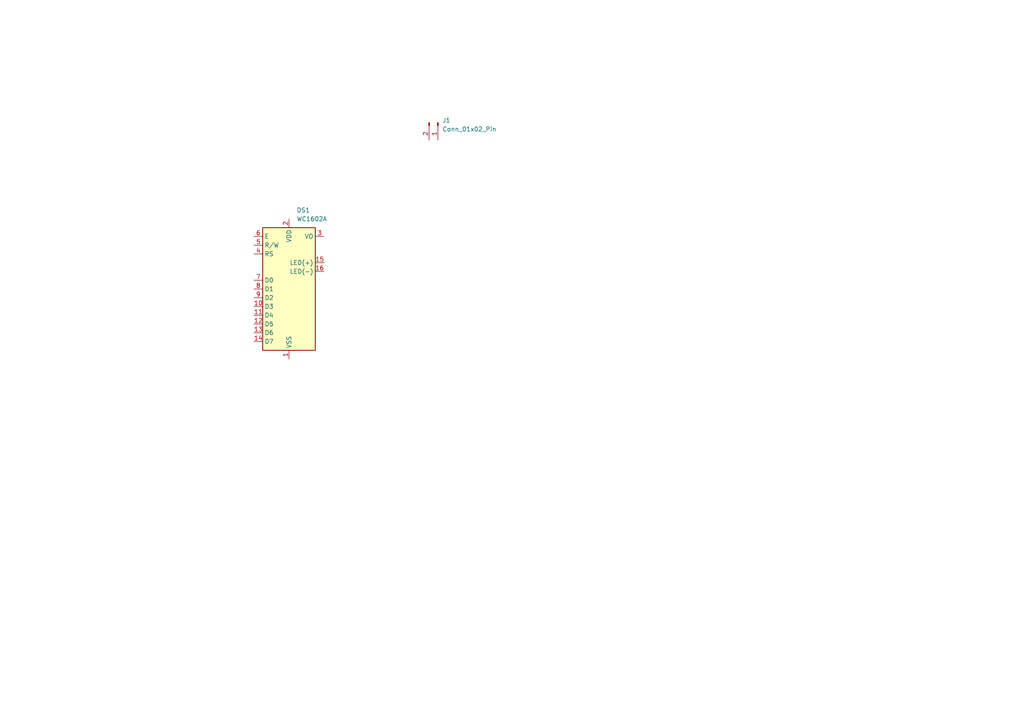
<source format=kicad_sch>
(kicad_sch (version 20231120) (generator "eeschema") (generator_version "8.0")
  (paper "A4")
  (lib_symbols
    (symbol "Connector:Conn_01x02_Pin" (pin_names (offset 1.016) hide)
      (property "Reference" "J" (at 0 2.54 0))
      (property "Value" "Conn_01x02_Pin" (at 0 -5.08 0))
      (symbol "Conn_01x02_Pin_1_1"
        (polyline (pts (xy 1.27 -2.54) (xy 0.8636 -2.54)) (stroke (width 0.1524)))
        (polyline (pts (xy 1.27 0) (xy 0.8636 0)) (stroke (width 0.1524)))
        (rectangle (start 0.8636 -2.413) (end 0 -2.667) (stroke (width 0.1524)) (fill (type outline)))
        (rectangle (start 0.8636 0.127) (end 0 -0.127) (stroke (width 0.1524)) (fill (type outline)))
        (pin passive line (at 5.08 0 180) (length 3.81) (name "Pin_1") (number "1"))
        (pin passive line (at 5.08 -2.54 180) (length 3.81) (name "Pin_2") (number "2"))
      )
    )
    (symbol "Display_Character:WC1602A"
      (property "Reference" "DS" (at -5.842 19.05 0))
      (property "Value" "WC1602A" (at 5.334 19.05 0))
      (symbol "WC1602A_1_1"
        (rectangle (start -7.62 17.78) (end 7.62 -17.78) (stroke (width 0.254)) (fill (type background)))
        (pin power_in line (at 0 -20.32 90) (length 2.54) (name "VSS") (number "1"))
        (pin input line (at -10.16 -5.08 0) (length 2.54) (name "D3") (number "10"))
        (pin input line (at -10.16 -7.62 0) (length 2.54) (name "D4") (number "11"))
        (pin input line (at -10.16 -10.16 0) (length 2.54) (name "D5") (number "12"))
        (pin input line (at -10.16 -12.7 0) (length 2.54) (name "D6") (number "13"))
        (pin input line (at -10.16 -15.24 0) (length 2.54) (name "D7") (number "14"))
        (pin power_in line (at 10.16 7.62 180) (length 2.54) (name "LED(+)") (number "15"))
        (pin power_in line (at 10.16 5.08 180) (length 2.54) (name "LED(-)") (number "16"))
        (pin power_in line (at 0 20.32 270) (length 2.54) (name "VDD") (number "2"))
        (pin input line (at 10.16 15.24 180) (length 2.54) (name "VO") (number "3"))
        (pin input line (at -10.16 10.16 0) (length 2.54) (name "RS") (number "4"))
        (pin input line (at -10.16 12.7 0) (length 2.54) (name "R/W") (number "5"))
        (pin input line (at -10.16 15.24 0) (length 2.54) (name "E") (number "6"))
        (pin input line (at -10.16 2.54 0) (length 2.54) (name "D0") (number "7"))
        (pin input line (at -10.16 0 0) (length 2.54) (name "D1") (number "8"))
        (pin input line (at -10.16 -2.54 0) (length 2.54) (name "D2") (number "9"))
      )
    )
  )
  (symbol (lib_id "Connector:Conn_01x02_Pin") (at 127 35.56 270) (unit 1)
    (property "Reference" "J1" (at 128.27 34.9249 90) (effects (justify left)))
    (property "Value" "Conn_01x02_Pin" (at 128.27 37.4649 90) (effects (justify left)))
    (property "Footprint" "Connector_AMASS:AMASS_XT30U-F_1x02_P5.0mm_Vertical" (effects (hide yes)))
    (property "Description" "Generic connector, single row, 01x02, script generated" (effects (hide yes)))
  )
  (symbol (lib_id "Display_Character:WC1602A") (at 83.82 83.82 0) (unit 1)
    (property "Reference" "DS1" (at 86.0141 60.96 0) (effects (justify left)))
    (property "Value" "WC1602A" (at 86.0141 63.5 0) (effects (justify left)))
    (property "Footprint" "Display:WC1602A" (effects (hide yes)))
    (property "Datasheet" "http://www.wincomlcd.com/pdf/WC1602A-SFYLYHTC06.pdf" (effects (hide yes)))
    (property "Description" "LCD 16x2 Alphanumeric , 8 bit parallel bus, 5V VDD" (effects (hide yes)))
  )
)
</source>
